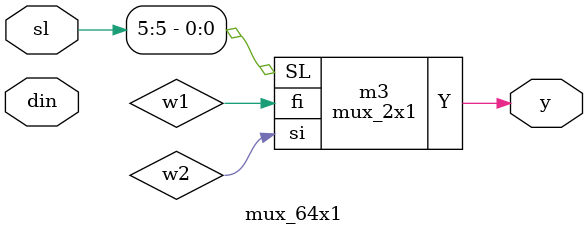
<source format=v>
`timescale 1ns / 1ps
module mux_2x1(
	 input fi,
	 input si,
	 input SL,
	 output Y
	 );
	 
    wire invSL,and1,and2,or1;
    and(and1,SL,si);
    not(invSL,SL);
    and(and2,invSL,fi);
    or(Y,and1,and2);

endmodule

module mux_4x1(
    input [3:0]din,
	 input sl1,
	 input sl2,
	 output y
	 );
	 wire w1, w2;
	 
	 mux_2x1 m1(din[0], din[1], sl1, w1);
	 mux_2x1 m2(din[2], din[3], sl1, w2);
	 mux_2x1 m3(w1, w2, sl2, y);
	 
endmodule

module mux_8x1(
    input [7:0]din,
	 input [2:0]sl,
	 output y
	 );
	 wire w1, w2;
	 
	 mux_4x1 m1(din[0], din[1], din[2], din[3], sl[0], sl[1], w1);
	 mux_4x1 m2(din[4], din[5], din[6], din[7], sl[0], sl[1], w2);
	 mux_2x1 m3(w1, w2, sl[2], y);
	 
endmodule

module mux_16x1(
    input [15:0]din,
	 input [3:0]sl,
	 output y
	 );
	 wire w1, w2;
	 
	 mux_8x1 m1(din[0], din[1], din[2], din[3], din[4], din[5], din[6], din[7], sl[0], sl[1], sl[2], w1);
	 mux_8x1 m2(din[8], din[9], din[10], din[11], din[12], din[13], din[14], din[15], sl[0], sl[1], sl[2], w1);
	 mux_2x1 m3(w1, w2, sl[3], y);
	 
endmodule

module mux_32x1(
    input [31:0]din,
	 input [4:0]sl,
	 output y
	 );
	 wire w1, w2;
	 
	 mux_16x1 m1(din[0], din[1], din[2], din[3], din[4], din[5], din[6], din[7], din[8], din[9], din[10], din[11], din[12], din[13], din[14], din[15], sl[0], sl[1], sl[2], sl[3], w1);
	 mux_15x1 m2(din[16], din[17], din[18], din[19], din[20], din[21], din[22], din[23], din[24], din[25], din[26], din[27], din[28], din[29], din[30], din[31], sl[0], sl[1], sl[2], sl[3], w2);
	 mux_2x1 m3(w1, w2, sl[4], y);
	 
endmodule	

module mux_64x1(
    input [63:0] din,
	 input [5:0] sl,
	 output y
	 );
	 wire w1, w2;
	 
	 mux_32x1 m1(din[0], din[1], din[2], din[3], din[4], din[5], din[6], din[7], din[8], din[9], din[10], din[11], din[12], din[13], din[14], din[15], din[16], din[17], din[18], din[19], din[20], din[21], din[22], din[23], din[24], din[25], din[26], din[27], din[28], din[29], din[30], din[31], sl[0], sl[1], sl[2], sl[3], sl[4], w1);
	 mux_32x1 m2(din[32], din[33], din[34], din[35], din[36], din[37], din[38], din[39], din[40], din[41], din[42], din[43], din[44], din[45], din[46], din[47], din[48], din[49], din[50], din[51], din[52], din[53], din[54], din[55], din[56], din[57], din[58], din[59], din[60], din[61], din[62], din[63], sl[0], sl[1], sl[2], sl[3], sl[4], w2);
    mux_2x1 m3(w1, w2, sl[5], y);

endmodule

</source>
